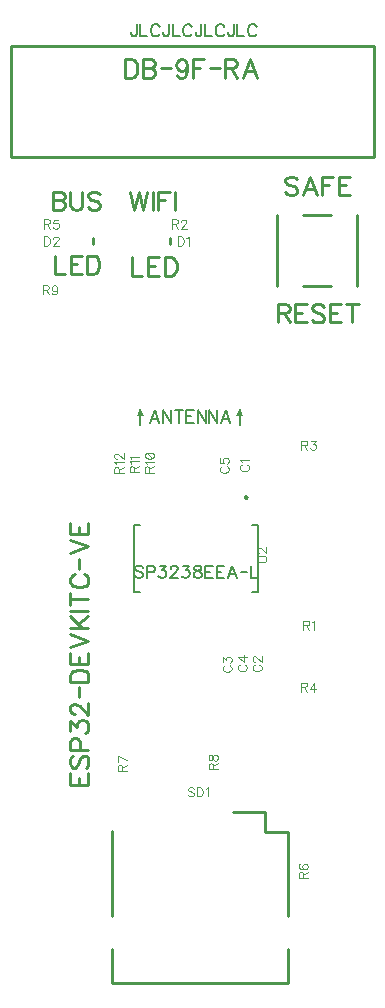
<source format=gbr>
G04 DipTrace 5.1.0.3*
G04 TopSilk.gbr*
%MOIN*%
G04 #@! TF.FileFunction,Legend,Top*
G04 #@! TF.Part,Single*
%ADD10C,0.009843*%
%ADD13C,0.005*%
%ADD18C,0.005906*%
%ADD62C,0.004632*%
%ADD63C,0.009264*%
%ADD64C,0.006176*%
%FSLAX26Y26*%
G04*
G70*
G90*
G75*
G01*
G04 TopSilk*
%LPD*%
X943176Y2878539D2*
D10*
Y2858861D1*
X685693Y2878539D2*
Y2858861D1*
X412764Y3148034D2*
X1625362D1*
X412764D2*
Y3518438D1*
X1625362Y3148034D2*
Y3518438D1*
X412764Y3518220D2*
X1625362D1*
X1387458Y2717686D2*
X1481198D1*
X1387458Y2955184D2*
X1481198D1*
X1299953Y2717686D2*
Y2955184D1*
X1568704Y2717686D2*
Y2955184D1*
X751839Y899556D2*
Y616091D1*
Y505823D2*
Y395556D1*
X1338483D1*
Y505823D1*
Y616091D2*
Y895587D1*
X1259713D1*
Y962485D1*
X1153391D1*
X1218440Y1919157D2*
D13*
X1238125D1*
Y1698684D1*
X1218440D1*
X844424Y1919157D2*
X824739D1*
Y1698684D1*
X844424D1*
G36*
X1197967Y2019944D2*
X1198995Y2019877D1*
X1200005Y2019676D1*
X1200981Y2019345D1*
X1201904Y2018889D1*
X1202761Y2018317D1*
X1203535Y2017638D1*
X1204214Y2016863D1*
X1204786Y2016007D1*
X1205242Y2015083D1*
X1205573Y2014108D1*
X1205774Y2013098D1*
X1205841Y2012070D1*
X1205774Y2011042D1*
X1205573Y2010032D1*
X1205242Y2009057D1*
X1204786Y2008133D1*
X1204214Y2007277D1*
X1203535Y2006502D1*
X1202761Y2005823D1*
X1201904Y2005251D1*
X1200981Y2004795D1*
X1200005Y2004464D1*
X1198995Y2004263D1*
X1197967Y2004196D1*
D1*
X1196940Y2004263D1*
X1195929Y2004464D1*
X1194954Y2004795D1*
X1194030Y2005251D1*
X1193174Y2005823D1*
X1192400Y2006502D1*
X1191720Y2007277D1*
X1191148Y2008133D1*
X1190693Y2009057D1*
X1190362Y2010032D1*
X1190161Y2011042D1*
X1190093Y2012070D1*
X1190161Y2013098D1*
X1190362Y2014108D1*
X1190693Y2015083D1*
X1191148Y2016007D1*
X1191720Y2016863D1*
X1192400Y2017638D1*
X1193174Y2018317D1*
X1194030Y2018889D1*
X1194954Y2019345D1*
X1195929Y2019676D1*
X1196940Y2019877D1*
X1197967Y2019944D1*
D1*
G37*
G36*
X1176017Y2309276D2*
X1188517Y2284276D1*
X1163516D1*
D1*
X1176017Y2309276D1*
G37*
Y2284276D2*
D18*
Y2253027D1*
G36*
X844767Y2309276D2*
X857267Y2284276D1*
X832267D1*
D1*
X844767Y2309276D1*
G37*
Y2284276D2*
D18*
Y2253027D1*
X553115Y3031069D2*
D63*
Y2970781D1*
X578981D1*
X587603Y2973699D1*
X590455Y2976551D1*
X593307Y2982255D1*
Y2990877D1*
X590455Y2996647D1*
X587603Y2999499D1*
X578981Y3002351D1*
X587603Y3005269D1*
X590455Y3008121D1*
X593307Y3013825D1*
Y3019595D1*
X590455Y3025299D1*
X587603Y3028217D1*
X578981Y3031069D1*
X553115D1*
Y3002351D2*
X578981D1*
X611834Y3031069D2*
Y2988025D1*
X614686Y2979403D1*
X620456Y2973699D1*
X629078Y2970781D1*
X634782D1*
X643404Y2973699D1*
X649174Y2979403D1*
X652026Y2988025D1*
Y3031069D1*
X710745Y3022447D2*
X705041Y3028217D1*
X696419Y3031069D1*
X684945D1*
X676323Y3028217D1*
X670553Y3022447D1*
Y3016743D1*
X673471Y3010973D1*
X676323Y3008121D1*
X682027Y3005269D1*
X699271Y2999499D1*
X705041Y2996647D1*
X707893Y2993729D1*
X710745Y2988025D1*
Y2979403D1*
X705041Y2973699D1*
X696419Y2970781D1*
X684945D1*
X676323Y2973699D1*
X670553Y2979403D1*
X810597Y3031069D2*
X824989Y2970781D1*
X839315Y3031069D1*
X853640Y2970781D1*
X868033Y3031069D1*
X886560D2*
Y2970781D1*
X942427Y3031069D2*
X905087D1*
Y2970781D1*
Y3002351D2*
X928035D1*
X960954Y3031069D2*
Y2970781D1*
X559364Y2818569D2*
Y2758281D1*
X593786D1*
X649587Y2818569D2*
X612313D1*
Y2758281D1*
X649587D1*
X612313Y2789851D2*
X635261D1*
X668114Y2818569D2*
Y2758281D1*
X688210D1*
X696832Y2761199D1*
X702602Y2766903D1*
X705454Y2772673D1*
X708306Y2781229D1*
Y2795621D1*
X705454Y2804243D1*
X702602Y2809947D1*
X696832Y2815717D1*
X688210Y2818569D1*
X668114D1*
X816846Y2812318D2*
Y2752030D1*
X851268D1*
X907069Y2812318D2*
X869795D1*
Y2752030D1*
X907069D1*
X869795Y2783600D2*
X892743D1*
X925596Y2812318D2*
Y2752030D1*
X945692D1*
X954314Y2754948D1*
X960084Y2760652D1*
X962936Y2766422D1*
X965788Y2774978D1*
Y2789370D1*
X962936Y2797992D1*
X960084Y2803696D1*
X954314Y2809466D1*
X945692Y2812318D1*
X925596D1*
X1368306Y3072447D2*
X1362602Y3078217D1*
X1353980Y3081069D1*
X1342506D1*
X1333884Y3078217D1*
X1328114Y3072447D1*
Y3066743D1*
X1331032Y3060973D1*
X1333884Y3058121D1*
X1339588Y3055269D1*
X1356832Y3049499D1*
X1362602Y3046647D1*
X1365454Y3043729D1*
X1368306Y3038025D1*
Y3029403D1*
X1362602Y3023699D1*
X1353980Y3020781D1*
X1342506D1*
X1333884Y3023699D1*
X1328114Y3029403D1*
X1432795Y3020781D2*
X1409781Y3081069D1*
X1386833Y3020781D1*
X1395455Y3040877D2*
X1424173D1*
X1488662Y3081069D2*
X1451322D1*
Y3020781D1*
Y3052351D2*
X1474270D1*
X1544463Y3081069D2*
X1507189D1*
Y3020781D1*
X1544463D1*
X1507189Y3052351D2*
X1530137D1*
X1303114Y2627351D2*
X1328913D1*
X1337535Y2630269D1*
X1340454Y2633121D1*
X1343306Y2638825D1*
Y2644595D1*
X1340454Y2650299D1*
X1337535Y2653217D1*
X1328913Y2656069D1*
X1303114D1*
Y2595781D1*
X1323210Y2627351D2*
X1343306Y2595781D1*
X1399106Y2656069D2*
X1361833D1*
Y2595781D1*
X1399106D1*
X1361833Y2627351D2*
X1384781D1*
X1457826Y2647447D2*
X1452122Y2653217D1*
X1443500Y2656069D1*
X1432026D1*
X1423404Y2653217D1*
X1417634Y2647447D1*
Y2641743D1*
X1420552Y2635973D1*
X1423404Y2633121D1*
X1429107Y2630269D1*
X1446352Y2624499D1*
X1452122Y2621647D1*
X1454974Y2618729D1*
X1457826Y2613025D1*
Y2604403D1*
X1452122Y2598699D1*
X1443500Y2595781D1*
X1432026D1*
X1423404Y2598699D1*
X1417634Y2604403D1*
X1513626Y2656069D2*
X1476353D1*
Y2595781D1*
X1513626D1*
X1476353Y2627351D2*
X1499301D1*
X1552250Y2656069D2*
Y2595781D1*
X1532154Y2656069D2*
X1572346D1*
X795284Y3472430D2*
Y3412142D1*
X815380D1*
X824002Y3415060D1*
X829772Y3420764D1*
X832624Y3426534D1*
X835476Y3435090D1*
Y3449482D1*
X832624Y3458104D1*
X829772Y3463808D1*
X824002Y3469578D1*
X815380Y3472430D1*
X795284D1*
X854003D2*
Y3412142D1*
X879869D1*
X888491Y3415060D1*
X891343Y3417912D1*
X894195Y3423616D1*
Y3432238D1*
X891343Y3438008D1*
X888491Y3440860D1*
X879869Y3443712D1*
X888491Y3446630D1*
X891343Y3449482D1*
X894195Y3455186D1*
Y3460956D1*
X891343Y3466659D1*
X888491Y3469578D1*
X879869Y3472430D1*
X854003D1*
Y3443712D2*
X879869D1*
X912722Y3442252D2*
X945884D1*
X1001751Y3452334D2*
X998833Y3443712D1*
X993129Y3437941D1*
X984507Y3435090D1*
X981655D1*
X973033Y3437941D1*
X967329Y3443712D1*
X964411Y3452334D1*
Y3455186D1*
X967329Y3463808D1*
X973033Y3469511D1*
X981655Y3472363D1*
X984507D1*
X993129Y3469511D1*
X998833Y3463808D1*
X1001751Y3452334D1*
Y3437941D1*
X998833Y3423616D1*
X993129Y3414994D1*
X984507Y3412142D1*
X978803D1*
X970181Y3414994D1*
X967329Y3420764D1*
X1057618Y3472430D2*
X1020278D1*
Y3412142D1*
Y3443712D2*
X1043226D1*
X1076146Y3442252D2*
X1109307D1*
X1127834Y3443712D2*
X1153634D1*
X1162256Y3446630D1*
X1165174Y3449482D1*
X1168026Y3455186D1*
Y3460956D1*
X1165174Y3466659D1*
X1162256Y3469578D1*
X1153634Y3472430D1*
X1127834D1*
Y3412142D1*
X1147930Y3443712D2*
X1168026Y3412142D1*
X1232516D2*
X1209501Y3472430D1*
X1186553Y3412142D1*
X1195176Y3432238D2*
X1223894D1*
X853814Y1778833D2*
D64*
X850012Y1782679D1*
X844264Y1784581D1*
X836615D1*
X830867Y1782679D1*
X827020Y1778833D1*
Y1775030D1*
X828965Y1771183D1*
X830867Y1769282D1*
X834669Y1767381D1*
X846165Y1763534D1*
X850012Y1761633D1*
X851913Y1759687D1*
X853814Y1755885D1*
Y1750137D1*
X850012Y1746334D1*
X844264Y1744389D1*
X836615D1*
X830867Y1746334D1*
X827020Y1750137D1*
X866166Y1763534D2*
X883410D1*
X889114Y1765435D1*
X891059Y1767381D1*
X892961Y1771183D1*
Y1776931D1*
X891059Y1780734D1*
X889114Y1782679D1*
X883410Y1784581D1*
X866166D1*
Y1744389D1*
X909159Y1784536D2*
X930161D1*
X918709Y1769238D1*
X924457D1*
X928260Y1767336D1*
X930161Y1765435D1*
X932107Y1759687D1*
Y1755885D1*
X930161Y1750137D1*
X926359Y1746290D1*
X920611Y1744389D1*
X914862D1*
X909159Y1746290D1*
X907257Y1748235D1*
X905312Y1752038D1*
X946403Y1774986D2*
Y1776887D1*
X948305Y1780734D1*
X950206Y1782635D1*
X954053Y1784536D1*
X961702D1*
X965505Y1782635D1*
X967406Y1780734D1*
X969351Y1776887D1*
Y1773084D1*
X967406Y1769238D1*
X963603Y1763534D1*
X944458Y1744389D1*
X971253D1*
X987451Y1784536D2*
X1008453D1*
X997001Y1769238D1*
X1002749D1*
X1006552Y1767336D1*
X1008453Y1765435D1*
X1010399Y1759687D1*
Y1755885D1*
X1008453Y1750137D1*
X1004651Y1746290D1*
X998903Y1744389D1*
X993155D1*
X987451Y1746290D1*
X985550Y1748235D1*
X983604Y1752038D1*
X1032301Y1784536D2*
X1026597Y1782635D1*
X1024651Y1778833D1*
Y1774986D1*
X1026597Y1771183D1*
X1030399Y1769238D1*
X1038049Y1767336D1*
X1043797Y1765435D1*
X1047599Y1761588D1*
X1049501Y1757786D1*
Y1752038D1*
X1047599Y1748235D1*
X1045698Y1746290D1*
X1039950Y1744389D1*
X1032301D1*
X1026597Y1746290D1*
X1024651Y1748235D1*
X1022750Y1752038D1*
Y1757786D1*
X1024651Y1761588D1*
X1028498Y1765435D1*
X1034202Y1767336D1*
X1041851Y1769238D1*
X1045698Y1771183D1*
X1047599Y1774986D1*
Y1778833D1*
X1045698Y1782635D1*
X1039950Y1784536D1*
X1032301D1*
X1086701Y1784581D2*
X1061852D1*
Y1744389D1*
X1086701D1*
X1061852Y1765435D2*
X1077151D1*
X1123902Y1784581D2*
X1099053D1*
Y1744389D1*
X1123902D1*
X1099053Y1765435D2*
X1114351D1*
X1166895Y1744389D2*
X1151552Y1784581D1*
X1136253Y1744389D1*
X1142001Y1757786D2*
X1161147D1*
X1179246Y1764462D2*
X1201354D1*
X1213705Y1784581D2*
Y1744389D1*
X1236653D1*
X832865Y3589444D2*
Y3558847D1*
X830963Y3553099D1*
X829018Y3551198D1*
X825215Y3549252D1*
X821369D1*
X817566Y3551198D1*
X815665Y3553099D1*
X813719Y3558847D1*
Y3562649D1*
X845216Y3589444D2*
Y3549252D1*
X868164D1*
X909211Y3579893D2*
X907310Y3583696D1*
X903463Y3587543D1*
X899661Y3589444D1*
X892011D1*
X888165Y3587543D1*
X884362Y3583696D1*
X882417Y3579893D1*
X880515Y3574145D1*
Y3564551D1*
X882417Y3558847D1*
X884362Y3555000D1*
X888165Y3551198D1*
X892011Y3549252D1*
X899661D1*
X903463Y3551198D1*
X907310Y3555000D1*
X909211Y3558847D1*
X940708Y3589444D2*
Y3558847D1*
X938807Y3553099D1*
X936861Y3551198D1*
X933059Y3549252D1*
X929212D1*
X925409Y3551198D1*
X923508Y3553099D1*
X921563Y3558847D1*
Y3562649D1*
X953059Y3589444D2*
Y3549252D1*
X976007D1*
X1017055Y3579893D2*
X1015153Y3583696D1*
X1011307Y3587543D1*
X1007504Y3589444D1*
X999855D1*
X996008Y3587543D1*
X992205Y3583696D1*
X990260Y3579893D1*
X988359Y3574145D1*
Y3564551D1*
X990260Y3558847D1*
X992205Y3555000D1*
X996008Y3551198D1*
X999855Y3549252D1*
X1007504D1*
X1011307Y3551198D1*
X1015153Y3555000D1*
X1017055Y3558847D1*
X1048551Y3589444D2*
Y3558847D1*
X1046650Y3553099D1*
X1044705Y3551198D1*
X1040902Y3549252D1*
X1037055D1*
X1033253Y3551198D1*
X1031352Y3553099D1*
X1029406Y3558847D1*
Y3562649D1*
X1060903Y3589444D2*
Y3549252D1*
X1083851D1*
X1124898Y3579893D2*
X1122997Y3583696D1*
X1119150Y3587543D1*
X1115348Y3589444D1*
X1107698D1*
X1103851Y3587543D1*
X1100049Y3583696D1*
X1098103Y3579893D1*
X1096202Y3574145D1*
Y3564551D1*
X1098103Y3558847D1*
X1100049Y3555000D1*
X1103851Y3551198D1*
X1107698Y3549252D1*
X1115348D1*
X1119150Y3551198D1*
X1122997Y3555000D1*
X1124898Y3558847D1*
X1156395Y3589444D2*
Y3558847D1*
X1154494Y3553099D1*
X1152548Y3551198D1*
X1148746Y3549252D1*
X1144899D1*
X1141096Y3551198D1*
X1139195Y3553099D1*
X1137249Y3558847D1*
Y3562649D1*
X1168746Y3589444D2*
Y3549252D1*
X1191694D1*
X1232741Y3579893D2*
X1230840Y3583696D1*
X1226993Y3587543D1*
X1223191Y3589444D1*
X1215542D1*
X1211695Y3587543D1*
X1207892Y3583696D1*
X1205947Y3579893D1*
X1204046Y3574145D1*
Y3564551D1*
X1205947Y3558847D1*
X1207892Y3555000D1*
X1211695Y3551198D1*
X1215542Y3549252D1*
X1223191D1*
X1226993Y3551198D1*
X1230840Y3555000D1*
X1232741Y3558847D1*
X611634Y1092743D2*
D63*
Y1055470D1*
X671922D1*
Y1092743D1*
X640352Y1055470D2*
Y1078417D1*
X620256Y1151462D2*
X614486Y1145759D1*
X611634Y1137137D1*
Y1125663D1*
X614486Y1117041D1*
X620256Y1111270D1*
X625960D1*
X631730Y1114189D1*
X634582Y1117041D1*
X637434Y1122744D1*
X643204Y1139988D1*
X646056Y1145759D1*
X648974Y1148611D1*
X654678Y1151462D1*
X663300D1*
X669004Y1145759D1*
X671922Y1137137D1*
Y1125663D1*
X669004Y1117041D1*
X663300Y1111270D1*
X643204Y1169990D2*
Y1195856D1*
X640352Y1204411D1*
X637434Y1207330D1*
X631730Y1210182D1*
X623108D1*
X617404Y1207330D1*
X614486Y1204411D1*
X611634Y1195856D1*
Y1169990D1*
X671922D1*
X611700Y1234479D2*
Y1265982D1*
X634648Y1248805D1*
Y1257427D1*
X637500Y1263131D1*
X640352Y1265982D1*
X648974Y1268901D1*
X654678D1*
X663300Y1265982D1*
X669070Y1260279D1*
X671922Y1251657D1*
Y1243035D1*
X669070Y1234479D1*
X666152Y1231627D1*
X660448Y1228709D1*
X626026Y1290346D2*
X623174D1*
X617404Y1293198D1*
X614552Y1296050D1*
X611700Y1301820D1*
Y1313294D1*
X614552Y1318998D1*
X617404Y1321850D1*
X623174Y1324768D1*
X628878D1*
X634648Y1321850D1*
X643204Y1316146D1*
X671922Y1287428D1*
Y1327620D1*
X641811Y1346147D2*
Y1379309D1*
X611634Y1397836D2*
X671922D1*
Y1417932D1*
X669004Y1426554D1*
X663300Y1432324D1*
X657530Y1435176D1*
X648974Y1438028D1*
X634582D1*
X625960Y1435176D1*
X620256Y1432324D1*
X614486Y1426554D1*
X611634Y1417932D1*
Y1397836D1*
Y1493829D2*
Y1456555D1*
X671922D1*
Y1493829D1*
X640352Y1456555D2*
Y1479503D1*
X611634Y1512356D2*
X671922Y1535304D1*
X611634Y1558251D1*
Y1576779D2*
X671922D1*
X611634Y1616971D2*
X651826Y1576779D1*
X637434Y1591104D2*
X671922Y1616971D1*
X611634Y1635498D2*
X671922D1*
X611634Y1674121D2*
X671922D1*
X611634Y1654025D2*
Y1694217D1*
X625960Y1755788D2*
X620256Y1752936D1*
X614486Y1747166D1*
X611634Y1741462D1*
Y1729988D1*
X614486Y1724218D1*
X620256Y1718514D1*
X625960Y1715596D1*
X634582Y1712744D1*
X648974D1*
X657530Y1715596D1*
X663300Y1718514D1*
X669004Y1724218D1*
X671922Y1729988D1*
Y1741462D1*
X669004Y1747166D1*
X663300Y1752936D1*
X657530Y1755788D1*
X641811Y1774315D2*
Y1807477D1*
X611634Y1826004D2*
X671922Y1848952D1*
X611634Y1871899D1*
Y1927700D2*
Y1890427D1*
X671922D1*
Y1927700D1*
X640352Y1890427D2*
Y1913374D1*
X907989Y2262075D2*
D64*
X892646Y2302267D1*
X877348Y2262075D1*
X883096Y2275472D2*
X902241D1*
X947135Y2302267D2*
Y2262075D1*
X920341Y2302267D1*
Y2262075D1*
X972884Y2302267D2*
Y2262075D1*
X959487Y2302267D2*
X986281D1*
X1023482D2*
X998633D1*
Y2262075D1*
X1023482D1*
X998633Y2283122D2*
X1013931D1*
X1062628Y2302267D2*
Y2262075D1*
X1035833Y2302267D1*
Y2262075D1*
X1101774Y2302267D2*
Y2262075D1*
X1074979Y2302267D1*
Y2262075D1*
X1144767D2*
X1129424Y2302267D1*
X1114126Y2262075D1*
X1119874Y2275472D2*
X1139019D1*
X1184334Y2121908D2*
D62*
X1181482Y2120482D1*
X1178597Y2117597D1*
X1177171Y2114745D1*
Y2109008D1*
X1178597Y2106123D1*
X1181482Y2103271D1*
X1184334Y2101812D1*
X1188645Y2100386D1*
X1195841D1*
X1200119Y2101812D1*
X1203004Y2103271D1*
X1205856Y2106123D1*
X1207315Y2109008D1*
Y2114745D1*
X1205856Y2117597D1*
X1203004Y2120482D1*
X1200119Y2121908D1*
X1182941Y2131172D2*
X1181482Y2134057D1*
X1177204Y2138368D1*
X1207315D1*
X1226191Y1454382D2*
X1223339Y1452956D1*
X1220454Y1450071D1*
X1219028Y1447219D1*
Y1441482D1*
X1220454Y1438597D1*
X1223339Y1435745D1*
X1226191Y1434286D1*
X1230502Y1432860D1*
X1237698D1*
X1241976Y1434286D1*
X1244861Y1435745D1*
X1247713Y1438597D1*
X1249172Y1441482D1*
Y1447219D1*
X1247713Y1450071D1*
X1244861Y1452956D1*
X1241976Y1454382D1*
X1226224Y1465105D2*
X1224798D1*
X1221913Y1466531D1*
X1220487Y1467957D1*
X1219061Y1470842D1*
Y1476579D1*
X1220487Y1479431D1*
X1221913Y1480857D1*
X1224798Y1482316D1*
X1227650D1*
X1230535Y1480857D1*
X1234813Y1478005D1*
X1249172Y1463646D1*
Y1483742D1*
X1126817Y1452667D2*
X1123965Y1451241D1*
X1121080Y1448356D1*
X1119654Y1445504D1*
Y1439767D1*
X1121080Y1436882D1*
X1123965Y1434030D1*
X1126817Y1432571D1*
X1131128Y1431145D1*
X1138324D1*
X1142602Y1432571D1*
X1145487Y1434030D1*
X1148339Y1436882D1*
X1149798Y1439767D1*
Y1445504D1*
X1148339Y1448356D1*
X1145487Y1451241D1*
X1142602Y1452667D1*
X1119687Y1464816D2*
Y1480567D1*
X1131161Y1471979D1*
Y1476290D1*
X1132587Y1479142D1*
X1134013Y1480567D1*
X1138324Y1482027D1*
X1141176D1*
X1145487Y1480567D1*
X1148372Y1477716D1*
X1149798Y1473405D1*
Y1469094D1*
X1148372Y1464816D1*
X1146913Y1463390D1*
X1144061Y1461931D1*
X1177317Y1455458D2*
X1174465Y1454032D1*
X1171580Y1451147D1*
X1170154Y1448295D1*
Y1442558D1*
X1171580Y1439673D1*
X1174465Y1436821D1*
X1177317Y1435362D1*
X1181628Y1433936D1*
X1188824D1*
X1193102Y1435362D1*
X1195987Y1436821D1*
X1198839Y1439673D1*
X1200298Y1442558D1*
Y1448295D1*
X1198839Y1451147D1*
X1195987Y1454032D1*
X1193102Y1455458D1*
X1200298Y1479081D2*
X1170187D1*
X1190250Y1464722D1*
Y1486243D1*
X1116960Y2116094D2*
X1114108Y2114668D1*
X1111223Y2111783D1*
X1109797Y2108931D1*
Y2103194D1*
X1111223Y2100309D1*
X1114108Y2097457D1*
X1116960Y2095998D1*
X1121271Y2094572D1*
X1128467D1*
X1132745Y2095998D1*
X1135630Y2097457D1*
X1138482Y2100309D1*
X1139941Y2103194D1*
Y2108931D1*
X1138482Y2111783D1*
X1135630Y2114668D1*
X1132745Y2116094D1*
X1109830Y2142568D2*
Y2128242D1*
X1122730Y2126816D1*
X1121304Y2128242D1*
X1119845Y2132553D1*
Y2136831D1*
X1121304Y2141142D1*
X1124156Y2144027D1*
X1128467Y2145453D1*
X1131319D1*
X1135630Y2144027D1*
X1138515Y2141142D1*
X1139941Y2136831D1*
Y2132553D1*
X1138515Y2128242D1*
X1137056Y2126816D1*
X1134204Y2125357D1*
X969455Y2882245D2*
Y2852101D1*
X979503D1*
X983814Y2853560D1*
X986699Y2856412D1*
X988125Y2859297D1*
X989551Y2863575D1*
Y2870771D1*
X988125Y2875082D1*
X986699Y2877934D1*
X983814Y2880819D1*
X979503Y2882245D1*
X969455D1*
X998814Y2876475D2*
X1001699Y2877934D1*
X1006010Y2882212D1*
Y2852101D1*
X524271Y2882245D2*
Y2852101D1*
X534319D1*
X538630Y2853560D1*
X541515Y2856412D1*
X542941Y2859297D1*
X544367Y2863575D1*
Y2870771D1*
X542941Y2875082D1*
X541515Y2877934D1*
X538630Y2880819D1*
X534319Y2882245D1*
X524271D1*
X555090Y2875049D2*
Y2876475D1*
X556516Y2879360D1*
X557942Y2880786D1*
X560827Y2882212D1*
X566564D1*
X569416Y2880786D1*
X570842Y2879360D1*
X572301Y2876475D1*
Y2873623D1*
X570842Y2870738D1*
X567990Y2866460D1*
X553631Y2852101D1*
X573727D1*
X1388515Y1587054D2*
X1401415D1*
X1405726Y1588513D1*
X1407185Y1589939D1*
X1408611Y1592791D1*
Y1595676D1*
X1407185Y1598528D1*
X1405726Y1599987D1*
X1401415Y1601413D1*
X1388515D1*
Y1571269D1*
X1398563Y1587054D2*
X1408611Y1571269D1*
X1417875Y1595643D2*
X1420760Y1597102D1*
X1425071Y1601380D1*
Y1571269D1*
X950867Y2924554D2*
X963767D1*
X968078Y2926013D1*
X969537Y2927439D1*
X970963Y2930291D1*
Y2933176D1*
X969537Y2936028D1*
X968078Y2937487D1*
X963767Y2938913D1*
X950867D1*
Y2908769D1*
X960915Y2924554D2*
X970963Y2908769D1*
X981686Y2931717D2*
Y2933143D1*
X983111Y2936028D1*
X984537Y2937454D1*
X987423Y2938880D1*
X993159D1*
X996011Y2937454D1*
X997437Y2936028D1*
X998896Y2933143D1*
Y2930291D1*
X997437Y2927406D1*
X994585Y2923128D1*
X980226Y2908769D1*
X1000322D1*
X1382064Y2187054D2*
X1394964D1*
X1399275Y2188513D1*
X1400734Y2189939D1*
X1402160Y2192791D1*
Y2195676D1*
X1400734Y2198528D1*
X1399275Y2199987D1*
X1394964Y2201413D1*
X1382064D1*
Y2171269D1*
X1392112Y2187054D2*
X1402160Y2171269D1*
X1414308Y2201380D2*
X1430060D1*
X1421471Y2189906D1*
X1425782D1*
X1428634Y2188480D1*
X1430060Y2187054D1*
X1431519Y2182743D1*
Y2179891D1*
X1430060Y2175580D1*
X1427208Y2172695D1*
X1422897Y2171269D1*
X1418586D1*
X1414308Y2172695D1*
X1412882Y2174154D1*
X1411423Y2177006D1*
X1381352Y1380804D2*
X1394252D1*
X1398563Y1382263D1*
X1400022Y1383689D1*
X1401448Y1386541D1*
Y1389426D1*
X1400022Y1392278D1*
X1398563Y1393737D1*
X1394252Y1395163D1*
X1381352D1*
Y1365019D1*
X1391400Y1380804D2*
X1401448Y1365019D1*
X1425071D2*
Y1395130D1*
X1410712Y1375067D1*
X1432234D1*
X524633Y2924556D2*
X537533D1*
X541844Y2926015D1*
X543303Y2927441D1*
X544729Y2930293D1*
Y2933178D1*
X543303Y2936030D1*
X541844Y2937489D1*
X537533Y2938915D1*
X524633D1*
Y2908771D1*
X534681Y2924556D2*
X544729Y2908771D1*
X571204Y2938882D2*
X556878D1*
X555452Y2925982D1*
X556878Y2927408D1*
X561189Y2928867D1*
X565467D1*
X569778Y2927408D1*
X572663Y2924556D1*
X574089Y2920245D1*
Y2917393D1*
X572663Y2913082D1*
X569778Y2910197D1*
X565467Y2908771D1*
X561189D1*
X556878Y2910197D1*
X555452Y2911656D1*
X553993Y2914508D1*
X1387848Y744111D2*
Y757011D1*
X1386389Y761322D1*
X1384963Y762781D1*
X1382111Y764207D1*
X1379226D1*
X1376374Y762781D1*
X1374915Y761322D1*
X1373489Y757011D1*
Y744111D1*
X1403633D1*
X1387848Y754159D2*
X1403633Y764207D1*
X1377800Y790682D2*
X1374948Y789256D1*
X1373522Y784945D1*
Y782093D1*
X1374948Y777782D1*
X1379259Y774897D1*
X1386422Y773471D1*
X1393585D1*
X1399322Y774897D1*
X1402207Y777782D1*
X1403633Y782093D1*
Y783519D1*
X1402207Y787797D1*
X1399322Y790682D1*
X1395011Y792108D1*
X1393585D1*
X1389274Y790682D1*
X1386422Y787797D1*
X1384996Y783519D1*
Y782093D1*
X1386422Y777782D1*
X1389274Y774897D1*
X1393585Y773471D1*
X784589Y1101669D2*
Y1114569D1*
X783130Y1118880D1*
X781704Y1120339D1*
X778852Y1121765D1*
X775967D1*
X773115Y1120339D1*
X771656Y1118880D1*
X770230Y1114569D1*
Y1101669D1*
X800374D1*
X784589Y1111717D2*
X800374Y1121765D1*
Y1136766D2*
X770264Y1151125D1*
Y1131029D1*
X1087848Y1105898D2*
Y1118798D1*
X1086389Y1123109D1*
X1084963Y1124568D1*
X1082111Y1125994D1*
X1079226D1*
X1076374Y1124568D1*
X1074915Y1123109D1*
X1073489Y1118798D1*
Y1105898D1*
X1103633D1*
X1087848Y1115946D2*
X1103633Y1125994D1*
X1073522Y1142421D2*
X1074948Y1138143D1*
X1077800Y1136684D1*
X1080685D1*
X1083537Y1138143D1*
X1084996Y1140995D1*
X1086422Y1146732D1*
X1087848Y1151043D1*
X1090733Y1153895D1*
X1093585Y1155321D1*
X1097896D1*
X1100748Y1153895D1*
X1102207Y1152469D1*
X1103633Y1148158D1*
Y1142421D1*
X1102207Y1138143D1*
X1100748Y1136684D1*
X1097896Y1135258D1*
X1093585D1*
X1090733Y1136684D1*
X1087848Y1139569D1*
X1086422Y1143847D1*
X1084996Y1149584D1*
X1083537Y1152469D1*
X1080685Y1153895D1*
X1077800D1*
X1074948Y1152469D1*
X1073522Y1148158D1*
Y1142421D1*
X519651Y2705099D2*
X532551D1*
X536862Y2706558D1*
X538321Y2707984D1*
X539747Y2710836D1*
Y2713721D1*
X538321Y2716573D1*
X536862Y2718032D1*
X532551Y2719458D1*
X519651D1*
Y2689314D1*
X529699Y2705099D2*
X539747Y2689314D1*
X567680Y2709410D2*
X566221Y2705099D1*
X563369Y2702214D1*
X559058Y2700788D1*
X557632D1*
X553321Y2702214D1*
X550469Y2705099D1*
X549010Y2709410D1*
Y2710836D1*
X550469Y2715147D1*
X553321Y2717999D1*
X557632Y2719425D1*
X559058D1*
X563369Y2717999D1*
X566221Y2715147D1*
X567680Y2709410D1*
Y2702214D1*
X566221Y2695051D1*
X563369Y2690740D1*
X559058Y2689314D1*
X556206D1*
X551895Y2690740D1*
X550469Y2693625D1*
X874588Y2095527D2*
Y2108427D1*
X873129Y2112738D1*
X871703Y2114197D1*
X868851Y2115623D1*
X865966D1*
X863114Y2114197D1*
X861655Y2112738D1*
X860229Y2108427D1*
Y2095527D1*
X890373D1*
X874588Y2105575D2*
X890373Y2115623D1*
X865999Y2124887D2*
X864540Y2127772D1*
X860262Y2132083D1*
X890373D1*
X860262Y2149968D2*
X861688Y2145657D1*
X865999Y2142772D1*
X873162Y2141346D1*
X877473D1*
X884636Y2142772D1*
X888947Y2145657D1*
X890373Y2149968D1*
Y2152820D1*
X888947Y2157131D1*
X884636Y2159983D1*
X877473Y2161442D1*
X873162D1*
X865999Y2159983D1*
X861688Y2157131D1*
X860262Y2152820D1*
Y2149968D1*
X865999Y2159983D2*
X884636Y2142772D1*
X823785Y2095751D2*
Y2108651D1*
X822326Y2112962D1*
X820900Y2114421D1*
X818048Y2115847D1*
X815163D1*
X812311Y2114421D1*
X810852Y2112962D1*
X809426Y2108651D1*
Y2095751D1*
X839570D1*
X823785Y2105799D2*
X839570Y2115847D1*
X815196Y2125111D2*
X813737Y2127996D1*
X809459Y2132307D1*
X839570D1*
X815196Y2141571D2*
X813737Y2144456D1*
X809459Y2148767D1*
X839570D1*
X773235Y2094257D2*
Y2107157D1*
X771776Y2111468D1*
X770350Y2112927D1*
X767498Y2114353D1*
X764613D1*
X761761Y2112927D1*
X760302Y2111468D1*
X758876Y2107157D1*
Y2094257D1*
X789020D1*
X773235Y2104305D2*
X789020Y2114353D1*
X764646Y2123616D2*
X763187Y2126501D1*
X758909Y2130812D1*
X789020D1*
X766072Y2141535D2*
X764646D1*
X761761Y2142961D1*
X760335Y2144387D1*
X758909Y2147272D1*
Y2153009D1*
X760335Y2155861D1*
X761761Y2157287D1*
X764646Y2158746D1*
X767498D1*
X770383Y2157287D1*
X774661Y2154435D1*
X789020Y2140076D1*
Y2160172D1*
X1023936Y1041509D2*
X1021085Y1044394D1*
X1016774Y1045820D1*
X1011037D1*
X1006726Y1044394D1*
X1003840Y1041509D1*
Y1038657D1*
X1005300Y1035772D1*
X1006726Y1034346D1*
X1009577Y1032920D1*
X1018199Y1030035D1*
X1021085Y1028609D1*
X1022511Y1027150D1*
X1023936Y1024298D1*
Y1019987D1*
X1021085Y1017135D1*
X1016774Y1015676D1*
X1011037D1*
X1006726Y1017135D1*
X1003840Y1019987D1*
X1033200Y1045820D2*
Y1015676D1*
X1043248D1*
X1047559Y1017135D1*
X1050444Y1019987D1*
X1051870Y1022872D1*
X1053296Y1027150D1*
Y1034346D1*
X1051870Y1038657D1*
X1050444Y1041509D1*
X1047559Y1044394D1*
X1043248Y1045820D1*
X1033200D1*
X1062560Y1040050D2*
X1065445Y1041509D1*
X1069756Y1045787D1*
Y1015676D1*
X1234501Y1796988D2*
X1256023D1*
X1260334Y1798414D1*
X1263186Y1801299D1*
X1264645Y1805610D1*
Y1808462D1*
X1263186Y1812773D1*
X1260334Y1815658D1*
X1256023Y1817084D1*
X1234501D1*
X1241697Y1827807D2*
X1240271D1*
X1237386Y1829233D1*
X1235960Y1830659D1*
X1234534Y1833544D1*
Y1839281D1*
X1235960Y1842133D1*
X1237386Y1843558D1*
X1240271Y1845018D1*
X1243123D1*
X1246008Y1843558D1*
X1250286Y1840707D1*
X1264645Y1826348D1*
Y1846444D1*
M02*

</source>
